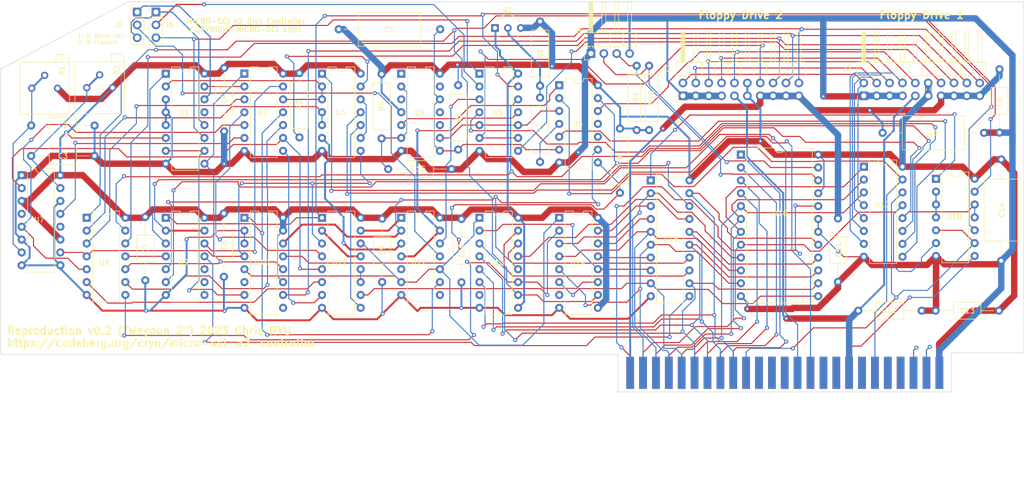
<source format=kicad_pcb>
(kicad_pcb (version 20221018) (generator pcbnew)

  (general
    (thickness 1.6)
  )

  (paper "A4")
  (layers
    (0 "F.Cu" signal)
    (31 "B.Cu" signal)
    (32 "B.Adhes" user "B.Adhesive")
    (33 "F.Adhes" user "F.Adhesive")
    (34 "B.Paste" user)
    (35 "F.Paste" user)
    (36 "B.SilkS" user "B.Silkscreen")
    (37 "F.SilkS" user "F.Silkscreen")
    (38 "B.Mask" user)
    (39 "F.Mask" user)
    (40 "Dwgs.User" user "User.Drawings")
    (41 "Cmts.User" user "User.Comments")
    (42 "Eco1.User" user "User.Eco1")
    (43 "Eco2.User" user "User.Eco2")
    (44 "Edge.Cuts" user)
    (45 "Margin" user)
    (46 "B.CrtYd" user "B.Courtyard")
    (47 "F.CrtYd" user "F.Courtyard")
    (48 "B.Fab" user)
    (49 "F.Fab" user)
    (50 "User.1" user)
    (51 "User.2" user)
    (52 "User.3" user)
    (53 "User.4" user)
    (54 "User.5" user)
    (55 "User.6" user)
    (56 "User.7" user)
    (57 "User.8" user)
    (58 "User.9" user)
  )

  (setup
    (stackup
      (layer "F.SilkS" (type "Top Silk Screen"))
      (layer "F.Paste" (type "Top Solder Paste"))
      (layer "F.Mask" (type "Top Solder Mask") (thickness 0.01))
      (layer "F.Cu" (type "copper") (thickness 0.035))
      (layer "dielectric 1" (type "core") (thickness 1.51) (material "FR4") (epsilon_r 4.5) (loss_tangent 0.02))
      (layer "B.Cu" (type "copper") (thickness 0.035))
      (layer "B.Mask" (type "Bottom Solder Mask") (thickness 0.01))
      (layer "B.Paste" (type "Bottom Solder Paste"))
      (layer "B.SilkS" (type "Bottom Silk Screen"))
      (copper_finish "None")
      (dielectric_constraints no)
    )
    (pad_to_mask_clearance 0)
    (pcbplotparams
      (layerselection 0x00010fc_ffffffff)
      (plot_on_all_layers_selection 0x0000000_00000000)
      (disableapertmacros false)
      (usegerberextensions false)
      (usegerberattributes true)
      (usegerberadvancedattributes true)
      (creategerberjobfile true)
      (dashed_line_dash_ratio 12.000000)
      (dashed_line_gap_ratio 3.000000)
      (svgprecision 4)
      (plotframeref false)
      (viasonmask false)
      (mode 1)
      (useauxorigin false)
      (hpglpennumber 1)
      (hpglpenspeed 20)
      (hpglpendiameter 15.000000)
      (dxfpolygonmode true)
      (dxfimperialunits true)
      (dxfusepcbnewfont true)
      (psnegative false)
      (psa4output false)
      (plotreference true)
      (plotvalue true)
      (plotinvisibletext false)
      (sketchpadsonfab false)
      (subtractmaskfromsilk false)
      (outputformat 1)
      (mirror false)
      (drillshape 1)
      (scaleselection 1)
      (outputdirectory "")
    )
  )

  (net 0 "")
  (net 1 "+5V")
  (net 2 "Net-(U4B-THR)")
  (net 3 "Net-(U7B-RCext)")
  (net 4 "GND")
  (net 5 "Net-(U7A-RCext)")
  (net 6 "Net-(J1-~{DMAIN})")
  (net 7 "Net-(J1-~{INTIN})")
  (net 8 "unconnected-(J1-~{DMA}-Pad22)")
  (net 9 "unconnected-(J1-~{RDY}-Pad21)")
  (net 10 "unconnected-(J1-~{IOSTRB}-Pad20)")
  (net 11 "unconnected-(J1-SYNC-Pad19)")
  (net 12 "R{slash}~{W}")
  (net 13 "unconnected-(J1-A15-Pad17)")
  (net 14 "unconnected-(J1-A14-Pad16)")
  (net 15 "unconnected-(J1-A13-Pad15)")
  (net 16 "unconnected-(J1-A12-Pad14)")
  (net 17 "unconnected-(J1-A11-Pad13)")
  (net 18 "unconnected-(J1-A10-Pad12)")
  (net 19 "unconnected-(J1-A9-Pad11)")
  (net 20 "unconnected-(J1-A8-Pad10)")
  (net 21 "A7")
  (net 22 "A6")
  (net 23 "A5")
  (net 24 "A4")
  (net 25 "A3")
  (net 26 "A2")
  (net 27 "A1")
  (net 28 "A0")
  (net 29 "~{IOSEL}")
  (net 30 "unconnected-(J1-~{NMI}-Pad29)")
  (net 31 "unconnected-(J1-~{IRQ}-Pad30)")
  (net 32 "~{RESET}")
  (net 33 "unconnected-(J1-~{INH}-Pad32)")
  (net 34 "-12V")
  (net 35 "-5V")
  (net 36 "unconnected-(J1-COLORREF{slash}M2B0-Pad35)")
  (net 37 "7M")
  (net 38 "Q3")
  (net 39 "unconnected-(J1-PHI1-Pad38)")
  (net 40 "unconnected-(J1-USER1{slash}SYNC{slash}M2SEL-Pad39)")
  (net 41 "unconnected-(J1-PHI0-Pad40)")
  (net 42 "~{DEVSEL}")
  (net 43 "D7")
  (net 44 "D6")
  (net 45 "D5")
  (net 46 "D4")
  (net 47 "D3")
  (net 48 "D2")
  (net 49 "D1")
  (net 50 "D0")
  (net 51 "+12V")
  (net 52 "PH0")
  (net 53 "PH1")
  (net 54 "PH2")
  (net 55 "PH3")
  (net 56 "~{WREQ}")
  (net 57 "~{EN.A}")
  (net 58 "RD")
  (net 59 "WR")
  (net 60 "PWM")
  (net 61 "~{EN.B}")
  (net 62 "Net-(J4-Pin_2)")
  (net 63 "Net-(J4-Pin_3)")
  (net 64 "Net-(U4A-THR)")
  (net 65 "Net-(R7-Pad1)")
  (net 66 "U10_13")
  (net 67 "Net-(U1-~{MR})")
  (net 68 "Net-(U1-CP)")
  (net 69 "Net-(U1-CEP)")
  (net 70 "Net-(U1-~{PE})")
  (net 71 "Net-(J5-Pin_1)")
  (net 72 "Net-(J5-Pin_3)")
  (net 73 "unconnected-(U1-Q1-Pad13)")
  (net 74 "U12_11")
  (net 75 "Net-(U1-TC)")
  (net 76 "Net-(U2-Pad3)")
  (net 77 "Net-(U11-D1)")
  (net 78 "U7_5")
  (net 79 "U7_13")
  (net 80 "U11_7")
  (net 81 "U7_2")
  (net 82 "Net-(U2-Pad10)")
  (net 83 "Net-(U12B-Q)")
  (net 84 "Net-(U2-Pad13)")
  (net 85 "Net-(U3-Pad4)")
  (net 86 "U12_3")
  (net 87 "Net-(U10A-C)")
  (net 88 "Net-(U3-Pad12)")
  (net 89 "Net-(U11-Cp)")
  (net 90 "unconnected-(U4A-DIS-Pad1)")
  (net 91 "unconnected-(U4A-CV-Pad3)")
  (net 92 "Net-(U4A-Q)")
  (net 93 "Net-(U4B-Q)")
  (net 94 "unconnected-(U4B-R-Pad10)")
  (net 95 "unconnected-(U4B-CV-Pad11)")
  (net 96 "unconnected-(U4B-DIS-Pad13)")
  (net 97 "U12_12")
  (net 98 "DRVSEL")
  (net 99 "U12_13")
  (net 100 "RW1")
  (net 101 "U11_1")
  (net 102 "ENABLE")
  (net 103 "U10_14")
  (net 104 "unconnected-(U6-Pad10)")
  (net 105 "unconnected-(U6-Pad11)")
  (net 106 "WRITE")
  (net 107 "unconnected-(U7A-~{Q}-Pad4)")
  (net 108 "unconnected-(U7B-~{Q}-Pad12)")
  (net 109 "Net-(U13-S1)")
  (net 110 "Net-(U11-D2)")
  (net 111 "U13_11")
  (net 112 "Net-(U8-Pad11)")
  (net 113 "LATCH_D7")
  (net 114 "unconnected-(U9-Pad8)")
  (net 115 "unconnected-(U9-Pad9)")
  (net 116 "unconnected-(U9-Pad10)")
  (net 117 "U15_11")
  (net 118 "U12_6")
  (net 119 "unconnected-(U10A-Q-Pad6)")
  (net 120 "unconnected-(U10B-~{Q}-Pad9)")
  (net 121 "Net-(U11-D4)")
  (net 122 "U11_10")
  (net 123 "Net-(U11-D3)")
  (net 124 "Net-(U11-Q5)")
  (net 125 "unconnected-(U12A-Q-Pad5)")
  (net 126 "unconnected-(U12B-~{Q}-Pad8)")
  (net 127 "LATCH_D3")
  (net 128 "unconnected-(U13-Dsl-Pad7)")
  (net 129 "LATCH_D6")
  (net 130 "LATCH_D5")
  (net 131 "LATCH_D4")
  (net 132 "unconnected-(U14-Dsl-Pad7)")
  (net 133 "LATCH_D2")
  (net 134 "LATCH_D1")
  (net 135 "LATCH_D0")
  (net 136 "Net-(U15-OE)")
  (net 137 "Net-(U18-Pad2)")
  (net 138 "+5C")
  (net 139 "Net-(Q1-B)")
  (net 140 "Net-(J6-Pin_2)")
  (net 141 "Net-(J6-Pin_3)")

  (footprint "Package_DIP:DIP-16_W7.62mm" (layer "F.Cu") (at 93.65 103.61))

  (footprint "Capacitor_THT:C_Axial_L12.0mm_D6.5mm_P20.00mm_Horizontal" (layer "F.Cu") (at 219.5 86.85))

  (footprint "Capacitor_THT:C_Axial_L5.1mm_D3.1mm_P12.50mm_Horizontal" (layer "F.Cu") (at 51.6 91.4))

  (footprint "Capacitor_THT:C_Axial_L5.1mm_D3.1mm_P12.50mm_Horizontal" (layer "F.Cu") (at 210.7 103.75 -90))

  (footprint "Resistor_THT:R_Axial_DIN0309_L9.0mm_D3.2mm_P12.70mm_Horizontal" (layer "F.Cu") (at 151.95 92.6 90))

  (footprint "Package_DIP:DIP-16_W7.62mm" (layer "F.Cu") (at 108.95 103.61))

  (footprint "Capacitor_THT:C_Axial_L5.1mm_D3.1mm_P12.50mm_Horizontal" (layer "F.Cu") (at 120.8 103.8 -90))

  (footprint "Capacitor_THT:C_Axial_L5.1mm_D3.1mm_P12.50mm_Horizontal" (layer "F.Cu") (at 214.7 121.95))

  (footprint "Connector_PinHeader_2.54mm:PinHeader_1x03_P2.54mm_Vertical" (layer "F.Cu") (at 72.5 63))

  (footprint "Resistor_THT:R_Axial_DIN0309_L9.0mm_D3.2mm_P12.70mm_Horizontal" (layer "F.Cu") (at 173.45 86.3 90))

  (footprint "Capacitor_THT:C_Axial_L12.0mm_D6.5mm_P20.00mm_Horizontal" (layer "F.Cu") (at 112.25 66.4))

  (footprint "Capacitor_THT:C_Axial_L5.1mm_D3.1mm_P12.50mm_Horizontal" (layer "F.Cu") (at 89.6 102.75 -90))

  (footprint "Package_TO_SOT_THT:TO-92_Inline_Wide" (layer "F.Cu") (at 143.06 66.15))

  (footprint "Package_DIP:DIP-14_W7.62mm" (layer "F.Cu") (at 108.95 75.16))

  (footprint "Potentiometer_THT:Potentiometer_Bourns_3299P_Horizontal" (layer "F.Cu") (at 67.64 77.94 -90))

  (footprint "Capacitor_THT:C_Axial_L5.1mm_D3.1mm_P12.50mm_Horizontal" (layer "F.Cu") (at 74.1 103.45 -90))

  (footprint "Resistor_THT:R_Axial_DIN0309_L9.0mm_D3.2mm_P12.70mm_Horizontal" (layer "F.Cu") (at 151.95 64.85 -90))

  (footprint "Resistor_THT:R_Axial_DIN0309_L9.0mm_D3.2mm_P12.70mm_Horizontal" (layer "F.Cu") (at 135.8 77.45 -90))

  (footprint "Capacitor_THT:C_Axial_L5.1mm_D3.1mm_P12.50mm_Horizontal" (layer "F.Cu") (at 136.45 103.85 -90))

  (footprint "Package_DIP:DIP-14_W7.62mm" (layer "F.Cu") (at 124.58 75.16))

  (footprint "Resistor_THT:R_Axial_DIN0309_L9.0mm_D3.2mm_P12.70mm_Horizontal" (layer "F.Cu") (at 120.7 87.95 90))

  (footprint "Connector_PinHeader_2.54mm:PinHeader_1x03_P2.54mm_Vertical" (layer "F.Cu") (at 76.2 63))

  (footprint "Package_DIP:DIP-20_W7.62mm" (layer "F.Cu") (at 173.78 96.23))

  (footprint "apple2:Male_Card-Edge_50_pin__100_mil" (layer "F.Cu") (at 200.2 134.2))

  (footprint "Capacitor_THT:C_Axial_L5.1mm_D3.1mm_P12.50mm_Horizontal" (layer "F.Cu") (at 89.65 74.05 -90))

  (footprint "Resistor_THT:R_Axial_DIN0309_L9.0mm_D3.2mm_P12.70mm_Horizontal" (layer "F.Cu") (at 167.7 86 -90))

  (footprint "Package_DIP:DIP-16_W7.62mm" (layer "F.Cu") (at 155.73 103.61))

  (footprint "Capacitor_THT:C_Axial_L5.1mm_D3.1mm_P12.50mm_Horizontal" (layer "F.Cu") (at 122 94))

  (footprint "Capacitor_THT:C_Axial_L5.1mm_D3.1mm_P12.50mm_Horizontal" (layer "F.Cu") (at 51.6 85.4))

  (footprint "Package_DIP:DIP-16_W7.62mm" (layer "F.Cu") (at 140 103.61))

  (footprint "Package_DIP:DIP-16_W7.62mm" (layer "F.Cu") (at 49.73 95.22))

  (footprint "Capacitor_THT:C_Axial_L12.0mm_D6.5mm_P20.00mm_Horizontal" (layer "F.Cu") (at 242.9 92.1 -90))

  (footprint "Package_DIP:DIP-24_W15.24mm" (layer "F.Cu") (at 191.56 91.15))

  (footprint "Potentiometer_THT:Potentiometer_Bourns_3299P_Horizontal" (layer "F.Cu") (at 56.79 78.04 -90))

  (footprint "Package_DIP:DIP-14_W7.62mm" (layer "F.Cu") (at 230.03 95.92))

  (footprint "Resistor_THT:R_Axial_DIN0309_L9.0mm_D3.2mm_P12.70mm_Horizontal" (layer "F.Cu") (at 104.5 75.05 -90))

  (footprint "Package_DIP:DIP-14_W7.62mm" (layer "F.Cu")
    (tstamp a40e0e53-2849-4913-882a-b3ccb890e610)
    (at 78.15 103.61)
    (descr "14-lead though-hole mounted DIP package, row spacing 7.62 mm (300 mils)")
    (tags "THT DIP DIL PDIP 2.54mm 7.62mm 300mil")
    (property "Sheetfile" "MicroSci Floppy Controller.kicad_sch")
    (property "Sheetname" "")
    (property "ki_description" "Quad 2-input OR")
    (property "ki_keywords" "TTL Or2")
    (path "/a5a3b55b-71b0-4819-855b-b93e3c4c6c88")
    (attr through_hole)
    (fp_text reference "U9" (at 3.45 8.79) (layer "F.SilkS")
        (effects (font (size 1 1) (thickness 0.15)))
      (tstamp a1c8192c-9498-43cd-a0fd-4dd9e6e4b2fd)
    )
    (fp_text value "74LS32" (at 3.81 17.57) (layer "F.Fab")
        (effects (font (size 1 1) (thickness 0.15)))
      (tstamp 51056d2e-ed75-4a06-9501-3167ba8bce8e)
    )
    (fp_text user "${REFERENCE}" (at 3.81 7.62) (layer "F.Fab")
        (effects (font (size 1 1) (thickness 0.15)))
      (tstamp 2bd6f341-b973-44f5-9c40-ddafb34f4fd9)
    )
    (fp_line (start 1.16 -1.33) (end 1.16 16.57)
      (stroke (width 0.12) (type solid)) (layer "F.SilkS") (tstamp 6357be13-db2c-4f75-bcf9-ab8e1a4efd70))
    (fp_line (start 1.16 16.57) (end 6.46 16.57)
      (stroke (width 0.12) (type solid)) (layer "F.SilkS") (tstamp cac32b41-de6a-4356-9b00-7a8302c8b118))
    (fp_line (start 2.81 -1.33) (end 1.16 -1.33)
      (stroke (width 0.12) (type solid)) (layer "F.SilkS") (tstamp 06ee4b14-29f3-44df-82ca-bd08d98054c1))
    (fp_line (start 6.46 -1.33) (end 4.81 -1.33)
      (stroke (width 0.12) (type solid)) (layer "F.SilkS") (tstamp d9bc7ac1-5780-47de-80f5-95d32a5df21c))
    (fp_line (start 6.46 16.57) (end 6.46 -1.33)
      (stroke (width 0.12) (type solid)) (layer "F.SilkS") (tstamp 6254c6d4-9b6a-4e44-84d1-0532dd56b643))
    (fp_arc (start 4.81 -1.33) (mid 3.81 -0.33) (end 2.81 -1.33)
      (stroke (width 0.12) (type solid)) (layer "F.SilkS") (tstamp 4736a8e3-6cfb-4171-9d28-f58ca184a49f))
    (fp_line (start -1.1 -1.55) (end -1.1 16.8)
      (stroke (width 0.05) (type solid)) (layer "F.CrtYd") (tstamp 5d18d052-4d15-4c0c-9ef5-41b69665cca9))
    (fp_line (start -1.1 16.8) (end 8.7 16.8)
      (stroke (width 0.05) (type solid)) (layer "F.CrtYd") (tstamp add4fc97-8ad5-46f5-91d3-afbef2b09774))
    (fp_line (start 8.7 -1.55) (end -1.1 -1.55)
      (stroke (width 0.05) (type solid)) (layer "F.CrtYd") (tstamp b51bd68e-a7f3-48c0-9ee5-60bd8404bb87))
    (fp_line (start 8.7 16.8) (end 8.7 -1.55
... [341351 chars truncated]
</source>
